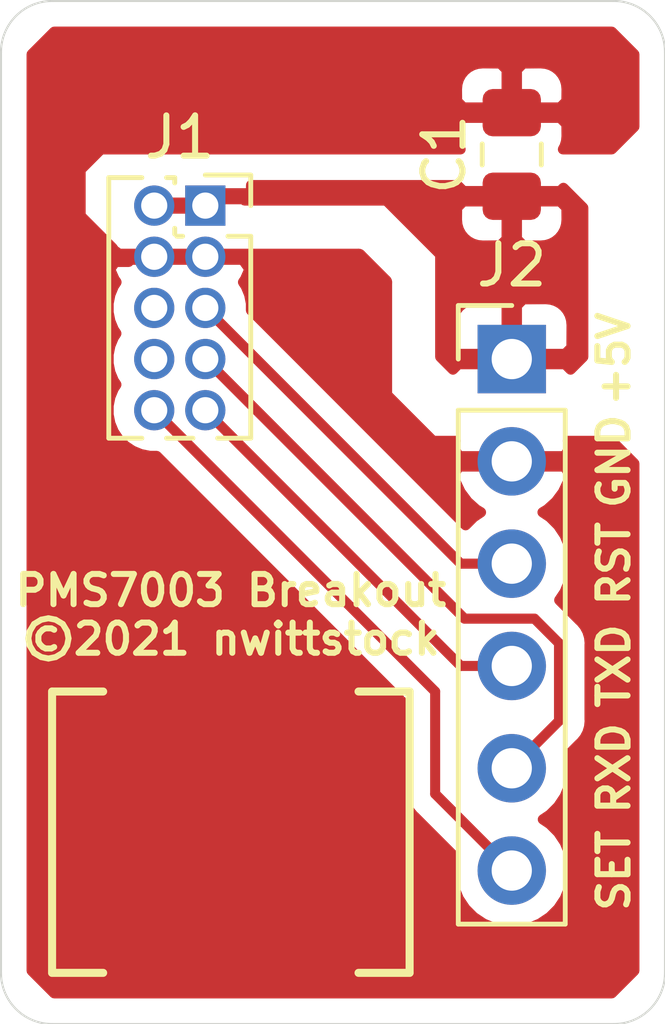
<source format=kicad_pcb>
(kicad_pcb (version 20171130) (host pcbnew "(5.1.10)-1")

  (general
    (thickness 1.6)
    (drawings 21)
    (tracks 27)
    (zones 0)
    (modules 3)
    (nets 9)
  )

  (page A4)
  (layers
    (0 F.Cu signal)
    (31 B.Cu signal)
    (32 B.Adhes user)
    (33 F.Adhes user)
    (34 B.Paste user)
    (35 F.Paste user)
    (36 B.SilkS user)
    (37 F.SilkS user)
    (38 B.Mask user)
    (39 F.Mask user)
    (40 Dwgs.User user)
    (41 Cmts.User user)
    (42 Eco1.User user)
    (43 Eco2.User user)
    (44 Edge.Cuts user)
    (45 Margin user)
    (46 B.CrtYd user)
    (47 F.CrtYd user)
    (48 B.Fab user)
    (49 F.Fab user)
  )

  (setup
    (last_trace_width 0.25)
    (trace_clearance 0.2)
    (zone_clearance 0.508)
    (zone_45_only no)
    (trace_min 0.2)
    (via_size 0.8)
    (via_drill 0.4)
    (via_min_size 0.4)
    (via_min_drill 0.3)
    (uvia_size 0.3)
    (uvia_drill 0.1)
    (uvias_allowed no)
    (uvia_min_size 0.2)
    (uvia_min_drill 0.1)
    (edge_width 0.05)
    (segment_width 0.2)
    (pcb_text_width 0.3)
    (pcb_text_size 1.5 1.5)
    (mod_edge_width 0.12)
    (mod_text_size 1 1)
    (mod_text_width 0.15)
    (pad_size 1.524 1.524)
    (pad_drill 0.762)
    (pad_to_mask_clearance 0)
    (aux_axis_origin 0 0)
    (visible_elements FFFFFF7F)
    (pcbplotparams
      (layerselection 0x010fc_ffffffff)
      (usegerberextensions false)
      (usegerberattributes true)
      (usegerberadvancedattributes true)
      (creategerberjobfile true)
      (excludeedgelayer true)
      (linewidth 0.100000)
      (plotframeref false)
      (viasonmask false)
      (mode 1)
      (useauxorigin false)
      (hpglpennumber 1)
      (hpglpenspeed 20)
      (hpglpendiameter 15.000000)
      (psnegative false)
      (psa4output false)
      (plotreference true)
      (plotvalue true)
      (plotinvisibletext false)
      (padsonsilk false)
      (subtractmaskfromsilk false)
      (outputformat 1)
      (mirror false)
      (drillshape 1)
      (scaleselection 1)
      (outputdirectory ""))
  )

  (net 0 "")
  (net 1 +5V)
  (net 2 GND)
  (net 3 RST)
  (net 4 "Net-(J1-Pad6)")
  (net 5 RXD)
  (net 6 "Net-(J1-Pad8)")
  (net 7 TXD)
  (net 8 SET)

  (net_class Default "This is the default net class."
    (clearance 0.2)
    (trace_width 0.25)
    (via_dia 0.8)
    (via_drill 0.4)
    (uvia_dia 0.3)
    (uvia_drill 0.1)
    (add_net +5V)
    (add_net GND)
    (add_net "Net-(J1-Pad6)")
    (add_net "Net-(J1-Pad8)")
    (add_net RST)
    (add_net RXD)
    (add_net SET)
    (add_net TXD)
  )

  (module Connector_PinHeader_1.27mm:PinHeader_2x05_P1.27mm_Vertical_Mirrored (layer F.Cu) (tedit 612C0C49) (tstamp 612C6EA2)
    (at 133.35 105.41)
    (descr "Through hole straight pin header, 2x05, 1.27mm pitch, double rows")
    (tags "Through hole pin header THT 2x05 1.27mm double row")
    (path /612C6F72)
    (fp_text reference J1 (at 0.635 -1.695) (layer F.SilkS)
      (effects (font (size 1 1) (thickness 0.15)))
    )
    (fp_text value PMS7003 (at 0.635 6.775) (layer F.Fab)
      (effects (font (size 1 1) (thickness 0.15)))
    )
    (fp_line (start 2.85 -1.15) (end -1.6 -1.15) (layer F.CrtYd) (width 0.05))
    (fp_line (start 2.85 6.25) (end 2.85 -1.15) (layer F.CrtYd) (width 0.05))
    (fp_line (start -1.6 6.25) (end 2.85 6.25) (layer F.CrtYd) (width 0.05))
    (fp_line (start -1.6 -1.15) (end -1.6 6.25) (layer F.CrtYd) (width 0.05))
    (fp_line (start 2.4 -0.76) (end 1.27 -0.76) (layer F.SilkS) (width 0.12))
    (fp_line (start 2.4 0) (end 2.4 -0.76) (layer F.SilkS) (width 0.12))
    (fp_line (start -0.30753 -0.695) (end -1.13 -0.695) (layer F.SilkS) (width 0.12))
    (fp_line (start 0.51 -0.695) (end 0.30753 -0.695) (layer F.SilkS) (width 0.12))
    (fp_line (start 0.51 -0.563471) (end 0.51 -0.695) (layer F.SilkS) (width 0.12))
    (fp_line (start 0.51 0.706529) (end 0.51 0.563471) (layer F.SilkS) (width 0.12))
    (fp_line (start 0.706529 0.76) (end 0.563471 0.76) (layer F.SilkS) (width 0.12))
    (fp_line (start 2.4 0.76) (end 1.833471 0.76) (layer F.SilkS) (width 0.12))
    (fp_line (start -1.13 -0.695) (end -1.13 5.775) (layer F.SilkS) (width 0.12))
    (fp_line (start 2.4 0.76) (end 2.4 5.775) (layer F.SilkS) (width 0.12))
    (fp_line (start 0.96247 5.775) (end 0.30753 5.775) (layer F.SilkS) (width 0.12))
    (fp_line (start -0.30753 5.775) (end -1.13 5.775) (layer F.SilkS) (width 0.12))
    (fp_line (start 2.4 5.775) (end 1.57753 5.775) (layer F.SilkS) (width 0.12))
    (fp_line (start 2.34 0.2175) (end 1.4875 -0.635) (layer F.Fab) (width 0.1))
    (fp_line (start 2.34 5.715) (end 2.34 0.2175) (layer F.Fab) (width 0.1))
    (fp_line (start -1.07 5.715) (end 2.34 5.715) (layer F.Fab) (width 0.1))
    (fp_line (start -1.07 -0.635) (end -1.07 5.715) (layer F.Fab) (width 0.1))
    (fp_line (start 1.4875 -0.635) (end -1.07 -0.635) (layer F.Fab) (width 0.1))
    (fp_text user %R (at 0.635 2.54 180) (layer F.Fab)
      (effects (font (size 1 1) (thickness 0.15)))
    )
    (pad 1 thru_hole rect (at 1.27 0) (size 1 1) (drill 0.65) (layers *.Cu *.Mask)
      (net 1 +5V))
    (pad 2 thru_hole oval (at 0 0) (size 1 1) (drill 0.65) (layers *.Cu *.Mask)
      (net 1 +5V))
    (pad 3 thru_hole oval (at 1.27 1.27) (size 1 1) (drill 0.65) (layers *.Cu *.Mask)
      (net 2 GND))
    (pad 4 thru_hole oval (at 0 1.27) (size 1 1) (drill 0.65) (layers *.Cu *.Mask)
      (net 2 GND))
    (pad 5 thru_hole oval (at 1.27 2.54) (size 1 1) (drill 0.65) (layers *.Cu *.Mask)
      (net 3 RST))
    (pad 6 thru_hole oval (at 0 2.54) (size 1 1) (drill 0.65) (layers *.Cu *.Mask)
      (net 4 "Net-(J1-Pad6)"))
    (pad 7 thru_hole oval (at 1.27 3.81) (size 1 1) (drill 0.65) (layers *.Cu *.Mask)
      (net 5 RXD))
    (pad 8 thru_hole oval (at 0 3.81) (size 1 1) (drill 0.65) (layers *.Cu *.Mask)
      (net 6 "Net-(J1-Pad8)"))
    (pad 9 thru_hole oval (at 1.27 5.08) (size 1 1) (drill 0.65) (layers *.Cu *.Mask)
      (net 7 TXD))
    (pad 10 thru_hole oval (at 0 5.08) (size 1 1) (drill 0.65) (layers *.Cu *.Mask)
      (net 8 SET))
    (model ${KISYS3DMOD}/Connector_PinHeader_1.27mm.3dshapes/PinHeader_2x05_P1.27mm_Vertical.wrl
      (at (xyz 0 0 0))
      (scale (xyz 1 1 1))
      (rotate (xyz 0 0 0))
    )
  )

  (module Capacitor_SMD:C_0805_2012Metric_Pad1.18x1.45mm_HandSolder (layer F.Cu) (tedit 5F68FEEF) (tstamp 612C0E3C)
    (at 142.24 104.14 90)
    (descr "Capacitor SMD 0805 (2012 Metric), square (rectangular) end terminal, IPC_7351 nominal with elongated pad for handsoldering. (Body size source: IPC-SM-782 page 76, https://www.pcb-3d.com/wordpress/wp-content/uploads/ipc-sm-782a_amendment_1_and_2.pdf, https://docs.google.com/spreadsheets/d/1BsfQQcO9C6DZCsRaXUlFlo91Tg2WpOkGARC1WS5S8t0/edit?usp=sharing), generated with kicad-footprint-generator")
    (tags "capacitor handsolder")
    (path /612D311B)
    (attr smd)
    (fp_text reference C1 (at 0 -1.68 90) (layer F.SilkS)
      (effects (font (size 1 1) (thickness 0.15)))
    )
    (fp_text value 10uF (at 0 1.68 90) (layer F.Fab)
      (effects (font (size 1 1) (thickness 0.15)))
    )
    (fp_text user %R (at 0 0 90) (layer F.Fab)
      (effects (font (size 0.5 0.5) (thickness 0.08)))
    )
    (fp_line (start -1 0.625) (end -1 -0.625) (layer F.Fab) (width 0.1))
    (fp_line (start -1 -0.625) (end 1 -0.625) (layer F.Fab) (width 0.1))
    (fp_line (start 1 -0.625) (end 1 0.625) (layer F.Fab) (width 0.1))
    (fp_line (start 1 0.625) (end -1 0.625) (layer F.Fab) (width 0.1))
    (fp_line (start -0.261252 -0.735) (end 0.261252 -0.735) (layer F.SilkS) (width 0.12))
    (fp_line (start -0.261252 0.735) (end 0.261252 0.735) (layer F.SilkS) (width 0.12))
    (fp_line (start -1.88 0.98) (end -1.88 -0.98) (layer F.CrtYd) (width 0.05))
    (fp_line (start -1.88 -0.98) (end 1.88 -0.98) (layer F.CrtYd) (width 0.05))
    (fp_line (start 1.88 -0.98) (end 1.88 0.98) (layer F.CrtYd) (width 0.05))
    (fp_line (start 1.88 0.98) (end -1.88 0.98) (layer F.CrtYd) (width 0.05))
    (pad 2 smd roundrect (at 1.0375 0 90) (size 1.175 1.45) (layers F.Cu F.Paste F.Mask) (roundrect_rratio 0.212766)
      (net 2 GND))
    (pad 1 smd roundrect (at -1.0375 0 90) (size 1.175 1.45) (layers F.Cu F.Paste F.Mask) (roundrect_rratio 0.212766)
      (net 1 +5V))
    (model ${KISYS3DMOD}/Capacitor_SMD.3dshapes/C_0805_2012Metric.wrl
      (at (xyz 0 0 0))
      (scale (xyz 1 1 1))
      (rotate (xyz 0 0 0))
    )
  )

  (module Connector_PinHeader_2.54mm:PinHeader_1x06_P2.54mm_Vertical (layer F.Cu) (tedit 59FED5CC) (tstamp 612C0E7B)
    (at 142.24 109.22)
    (descr "Through hole straight pin header, 1x06, 2.54mm pitch, single row")
    (tags "Through hole pin header THT 1x06 2.54mm single row")
    (path /612CDAA5)
    (fp_text reference J2 (at 0 -2.33) (layer F.SilkS)
      (effects (font (size 1 1) (thickness 0.15)))
    )
    (fp_text value Header (at 0 15.03) (layer F.Fab)
      (effects (font (size 1 1) (thickness 0.15)))
    )
    (fp_line (start 1.8 -1.8) (end -1.8 -1.8) (layer F.CrtYd) (width 0.05))
    (fp_line (start 1.8 14.5) (end 1.8 -1.8) (layer F.CrtYd) (width 0.05))
    (fp_line (start -1.8 14.5) (end 1.8 14.5) (layer F.CrtYd) (width 0.05))
    (fp_line (start -1.8 -1.8) (end -1.8 14.5) (layer F.CrtYd) (width 0.05))
    (fp_line (start -1.33 -1.33) (end 0 -1.33) (layer F.SilkS) (width 0.12))
    (fp_line (start -1.33 0) (end -1.33 -1.33) (layer F.SilkS) (width 0.12))
    (fp_line (start -1.33 1.27) (end 1.33 1.27) (layer F.SilkS) (width 0.12))
    (fp_line (start 1.33 1.27) (end 1.33 14.03) (layer F.SilkS) (width 0.12))
    (fp_line (start -1.33 1.27) (end -1.33 14.03) (layer F.SilkS) (width 0.12))
    (fp_line (start -1.33 14.03) (end 1.33 14.03) (layer F.SilkS) (width 0.12))
    (fp_line (start -1.27 -0.635) (end -0.635 -1.27) (layer F.Fab) (width 0.1))
    (fp_line (start -1.27 13.97) (end -1.27 -0.635) (layer F.Fab) (width 0.1))
    (fp_line (start 1.27 13.97) (end -1.27 13.97) (layer F.Fab) (width 0.1))
    (fp_line (start 1.27 -1.27) (end 1.27 13.97) (layer F.Fab) (width 0.1))
    (fp_line (start -0.635 -1.27) (end 1.27 -1.27) (layer F.Fab) (width 0.1))
    (fp_text user %R (at 0 6.35 90) (layer F.Fab)
      (effects (font (size 1 1) (thickness 0.15)))
    )
    (pad 1 thru_hole rect (at 0 0) (size 1.7 1.7) (drill 1) (layers *.Cu *.Mask)
      (net 1 +5V))
    (pad 2 thru_hole oval (at 0 2.54) (size 1.7 1.7) (drill 1) (layers *.Cu *.Mask)
      (net 2 GND))
    (pad 3 thru_hole oval (at 0 5.08) (size 1.7 1.7) (drill 1) (layers *.Cu *.Mask)
      (net 3 RST))
    (pad 4 thru_hole oval (at 0 7.62) (size 1.7 1.7) (drill 1) (layers *.Cu *.Mask)
      (net 7 TXD))
    (pad 5 thru_hole oval (at 0 10.16) (size 1.7 1.7) (drill 1) (layers *.Cu *.Mask)
      (net 5 RXD))
    (pad 6 thru_hole oval (at 0 12.7) (size 1.7 1.7) (drill 1) (layers *.Cu *.Mask)
      (net 8 SET))
    (model ${KISYS3DMOD}/Connector_PinHeader_2.54mm.3dshapes/PinHeader_1x06_P2.54mm_Vertical.wrl
      (at (xyz 0 0 0))
      (scale (xyz 1 1 1))
      (rotate (xyz 0 0 0))
    )
  )

  (gr_text "PMS7003 Breakout\n©2021 nwittstock\n" (at 135.255 115.57) (layer F.SilkS) (tstamp 612C72A6)
    (effects (font (size 0.75 0.75) (thickness 0.15)))
  )
  (gr_line (start 130.81 124.46) (end 132.08 124.46) (layer F.SilkS) (width 0.2))
  (gr_line (start 130.81 117.475) (end 130.81 124.46) (layer F.SilkS) (width 0.2))
  (gr_line (start 132.08 117.475) (end 130.81 117.475) (layer F.SilkS) (width 0.2))
  (gr_line (start 139.7 124.46) (end 138.43 124.46) (layer F.SilkS) (width 0.2))
  (gr_line (start 139.7 117.475) (end 139.7 124.46) (layer F.SilkS) (width 0.2))
  (gr_line (start 138.43 117.475) (end 139.7 117.475) (layer F.SilkS) (width 0.2))
  (gr_text +5V (at 144.78 109.22 90) (layer F.SilkS)
    (effects (font (size 0.75 0.75) (thickness 0.15)))
  )
  (gr_text GND (at 144.78 111.76 90) (layer F.SilkS)
    (effects (font (size 0.75 0.75) (thickness 0.15)))
  )
  (gr_text RST (at 144.78 114.3 90) (layer F.SilkS)
    (effects (font (size 0.75 0.75) (thickness 0.15)))
  )
  (gr_text TXD (at 144.78 116.84 90) (layer F.SilkS)
    (effects (font (size 0.75 0.75) (thickness 0.15)))
  )
  (gr_text RXD (at 144.78 119.38 90) (layer F.SilkS)
    (effects (font (size 0.75 0.75) (thickness 0.15)))
  )
  (gr_text SET (at 144.78 121.92 90) (layer F.SilkS)
    (effects (font (size 0.75 0.75) (thickness 0.15)))
  )
  (gr_arc (start 130.81 124.46) (end 129.54 124.46) (angle -90) (layer Edge.Cuts) (width 0.05))
  (gr_arc (start 144.78 124.46) (end 144.78 125.73) (angle -90) (layer Edge.Cuts) (width 0.05))
  (gr_arc (start 130.81 101.6) (end 130.81 100.33) (angle -90) (layer Edge.Cuts) (width 0.05))
  (gr_arc (start 144.78 101.6) (end 146.05 101.6) (angle -90) (layer Edge.Cuts) (width 0.05))
  (gr_line (start 130.81 100.33) (end 144.78 100.33) (layer Edge.Cuts) (width 0.05))
  (gr_line (start 129.54 124.46) (end 129.54 101.6) (layer Edge.Cuts) (width 0.05))
  (gr_line (start 144.78 125.73) (end 130.81 125.73) (layer Edge.Cuts) (width 0.05))
  (gr_line (start 146.05 101.6) (end 146.05 124.46) (layer Edge.Cuts) (width 0.05) (tstamp 612C6F58))

  (segment (start 134.8525 105.1775) (end 134.62 105.41) (width 0.4) (layer F.Cu) (net 1))
  (segment (start 142.24 105.1775) (end 134.8525 105.1775) (width 0.4) (layer F.Cu) (net 1))
  (segment (start 134.62 105.41) (end 133.35 105.41) (width 0.4) (layer F.Cu) (net 1))
  (segment (start 142.24 105.1775) (end 142.24 109.22) (width 0.4) (layer F.Cu) (net 1))
  (segment (start 142.24 103.1025) (end 131.8475 103.1025) (width 0.4) (layer F.Cu) (net 2))
  (segment (start 131.8475 103.1025) (end 131.445 103.505) (width 0.4) (layer F.Cu) (net 2))
  (segment (start 131.445 103.505) (end 131.445 106.045) (width 0.4) (layer F.Cu) (net 2))
  (segment (start 132.08 106.68) (end 133.35 106.68) (width 0.4) (layer F.Cu) (net 2))
  (segment (start 131.445 106.045) (end 132.08 106.68) (width 0.4) (layer F.Cu) (net 2))
  (segment (start 133.35 106.68) (end 134.62 106.68) (width 0.4) (layer F.Cu) (net 2))
  (segment (start 134.62 106.68) (end 138.43 106.68) (width 0.4) (layer F.Cu) (net 2))
  (segment (start 138.43 106.68) (end 139.065 107.315) (width 0.4) (layer F.Cu) (net 2))
  (segment (start 139.065 107.315) (end 139.065 111.125) (width 0.4) (layer F.Cu) (net 2))
  (segment (start 139.065 111.125) (end 139.7 111.76) (width 0.4) (layer F.Cu) (net 2))
  (segment (start 139.7 111.76) (end 142.24 111.76) (width 0.4) (layer F.Cu) (net 2))
  (segment (start 140.97 114.3) (end 142.24 114.3) (width 0.25) (layer F.Cu) (net 3))
  (segment (start 134.62 107.95) (end 140.97 114.3) (width 0.25) (layer F.Cu) (net 3))
  (segment (start 143.415001 118.204999) (end 142.24 119.38) (width 0.25) (layer F.Cu) (net 5))
  (segment (start 143.415001 116.275999) (end 143.415001 118.204999) (width 0.25) (layer F.Cu) (net 5))
  (segment (start 142.804001 115.664999) (end 143.415001 116.275999) (width 0.25) (layer F.Cu) (net 5))
  (segment (start 141.064999 115.664999) (end 142.804001 115.664999) (width 0.25) (layer F.Cu) (net 5))
  (segment (start 134.62 109.22) (end 141.064999 115.664999) (width 0.25) (layer F.Cu) (net 5))
  (segment (start 140.97 116.84) (end 142.24 116.84) (width 0.25) (layer F.Cu) (net 7))
  (segment (start 134.62 110.49) (end 140.97 116.84) (width 0.25) (layer F.Cu) (net 7))
  (segment (start 140.335 120.015) (end 142.24 121.92) (width 0.25) (layer F.Cu) (net 8))
  (segment (start 140.335 117.475) (end 140.335 120.015) (width 0.25) (layer F.Cu) (net 8))
  (segment (start 133.35 110.49) (end 140.335 117.475) (width 0.25) (layer F.Cu) (net 8))

  (zone (net 1) (net_name +5V) (layer F.Cu) (tstamp 612C7296) (hatch edge 0.508)
    (connect_pads (clearance 0.508))
    (min_thickness 0.254)
    (fill yes (arc_segments 32) (thermal_gap 0.508) (thermal_bridge_width 0.508))
    (polygon
      (pts
        (xy 144.145 105.41) (xy 144.145 109.22) (xy 143.51 109.855) (xy 140.97 109.855) (xy 140.335 109.22)
        (xy 140.335 106.68) (xy 139.065 105.41) (xy 132.715 105.41) (xy 132.715 104.775) (xy 143.51 104.775)
      )
    )
    (filled_polygon
      (pts
        (xy 141.03875 105.0505) (xy 142.113 105.0505) (xy 142.113 105.0305) (xy 142.367 105.0305) (xy 142.367 105.0505)
        (xy 143.44125 105.0505) (xy 143.523572 104.968178) (xy 144.018 105.462606) (xy 144.018 109.167394) (xy 143.702322 109.483072)
        (xy 143.56625 109.347) (xy 142.367 109.347) (xy 142.367 109.367) (xy 142.113 109.367) (xy 142.113 109.347)
        (xy 140.91375 109.347) (xy 140.777678 109.483072) (xy 140.462 109.167394) (xy 140.462 108.37) (xy 140.751928 108.37)
        (xy 140.755 108.93425) (xy 140.91375 109.093) (xy 142.113 109.093) (xy 142.113 107.89375) (xy 142.367 107.89375)
        (xy 142.367 109.093) (xy 143.56625 109.093) (xy 143.725 108.93425) (xy 143.728072 108.37) (xy 143.715812 108.245518)
        (xy 143.679502 108.12582) (xy 143.620537 108.015506) (xy 143.541185 107.918815) (xy 143.444494 107.839463) (xy 143.33418 107.780498)
        (xy 143.214482 107.744188) (xy 143.09 107.731928) (xy 142.52575 107.735) (xy 142.367 107.89375) (xy 142.113 107.89375)
        (xy 141.95425 107.735) (xy 141.39 107.731928) (xy 141.265518 107.744188) (xy 141.14582 107.780498) (xy 141.035506 107.839463)
        (xy 140.938815 107.918815) (xy 140.859463 108.015506) (xy 140.800498 108.12582) (xy 140.764188 108.245518) (xy 140.751928 108.37)
        (xy 140.462 108.37) (xy 140.462 106.68) (xy 140.45956 106.655224) (xy 140.452333 106.631399) (xy 140.440597 106.609443)
        (xy 140.424803 106.590197) (xy 139.599606 105.765) (xy 140.876928 105.765) (xy 140.889188 105.889482) (xy 140.925498 106.00918)
        (xy 140.984463 106.119494) (xy 141.063815 106.216185) (xy 141.160506 106.295537) (xy 141.27082 106.354502) (xy 141.390518 106.390812)
        (xy 141.515 106.403072) (xy 141.95425 106.4) (xy 142.113 106.24125) (xy 142.113 105.3045) (xy 142.367 105.3045)
        (xy 142.367 106.24125) (xy 142.52575 106.4) (xy 142.965 106.403072) (xy 143.089482 106.390812) (xy 143.20918 106.354502)
        (xy 143.319494 106.295537) (xy 143.416185 106.216185) (xy 143.495537 106.119494) (xy 143.554502 106.00918) (xy 143.590812 105.889482)
        (xy 143.603072 105.765) (xy 143.6 105.46325) (xy 143.44125 105.3045) (xy 142.367 105.3045) (xy 142.113 105.3045)
        (xy 141.03875 105.3045) (xy 140.88 105.46325) (xy 140.876928 105.765) (xy 139.599606 105.765) (xy 139.154803 105.320197)
        (xy 139.135557 105.304403) (xy 139.113601 105.292667) (xy 139.089776 105.28544) (xy 139.065 105.283) (xy 135.755 105.283)
        (xy 135.755 105.282998) (xy 135.596252 105.282998) (xy 135.755 105.12425) (xy 135.758072 104.91) (xy 135.757284 104.902)
        (xy 140.89025 104.902)
      )
    )
  )
  (zone (net 2) (net_name GND) (layer F.Cu) (tstamp 612C7293) (hatch edge 0.508)
    (connect_pads (clearance 0.508))
    (min_thickness 0.254)
    (fill yes (arc_segments 32) (thermal_gap 0.508) (thermal_bridge_width 0.508))
    (polygon
      (pts
        (xy 145.415 101.6) (xy 145.415 103.505) (xy 144.78 104.14) (xy 132.08 104.14) (xy 131.445 104.775)
        (xy 131.445 105.41) (xy 132.715 106.68) (xy 138.43 106.68) (xy 139.065 107.315) (xy 139.065 109.855)
        (xy 140.335 111.125) (xy 144.78 111.125) (xy 145.415 111.76) (xy 145.415 124.46) (xy 144.78 125.095)
        (xy 130.81 125.095) (xy 130.175 124.46) (xy 130.175 101.6) (xy 130.81 100.965) (xy 144.78 100.965)
      )
    )
    (filled_polygon
      (pts
        (xy 145.288 101.652606) (xy 145.288 103.452394) (xy 144.727394 104.013) (xy 143.512371 104.013) (xy 143.554502 103.93418)
        (xy 143.590812 103.814482) (xy 143.603072 103.69) (xy 143.6 103.38825) (xy 143.44125 103.2295) (xy 142.367 103.2295)
        (xy 142.367 103.2495) (xy 142.113 103.2495) (xy 142.113 103.2295) (xy 141.03875 103.2295) (xy 140.88 103.38825)
        (xy 140.876928 103.69) (xy 140.889188 103.814482) (xy 140.925498 103.93418) (xy 140.967629 104.013) (xy 132.08 104.013)
        (xy 132.055224 104.01544) (xy 132.031399 104.022667) (xy 132.009443 104.034403) (xy 131.990197 104.050197) (xy 131.355197 104.685197)
        (xy 131.339403 104.704443) (xy 131.327667 104.726399) (xy 131.32044 104.750224) (xy 131.318 104.775) (xy 131.318 105.41)
        (xy 131.32044 105.434776) (xy 131.327667 105.458601) (xy 131.339403 105.480557) (xy 131.355197 105.499803) (xy 132.3138 106.458406)
        (xy 132.382046 106.553) (xy 132.408394 106.553) (xy 132.625197 106.769803) (xy 132.644443 106.785597) (xy 132.666399 106.797333)
        (xy 132.690224 106.80456) (xy 132.715 106.807) (xy 132.382046 106.807) (xy 132.255881 106.981874) (xy 132.272554 107.036864)
        (xy 132.362877 107.240206) (xy 132.412353 107.310342) (xy 132.344176 107.412376) (xy 132.258617 107.618933) (xy 132.215 107.838212)
        (xy 132.215 108.061788) (xy 132.258617 108.281067) (xy 132.344176 108.487624) (xy 132.409241 108.585) (xy 132.344176 108.682376)
        (xy 132.258617 108.888933) (xy 132.215 109.108212) (xy 132.215 109.331788) (xy 132.258617 109.551067) (xy 132.344176 109.757624)
        (xy 132.409241 109.855) (xy 132.344176 109.952376) (xy 132.258617 110.158933) (xy 132.215 110.378212) (xy 132.215 110.601788)
        (xy 132.258617 110.821067) (xy 132.344176 111.027624) (xy 132.468388 111.21352) (xy 132.62648 111.371612) (xy 132.812376 111.495824)
        (xy 133.018933 111.581383) (xy 133.238212 111.625) (xy 133.410199 111.625) (xy 139.575 117.789802) (xy 139.575001 119.977668)
        (xy 139.571324 120.015) (xy 139.585998 120.163985) (xy 139.629454 120.307246) (xy 139.700026 120.439276) (xy 139.743352 120.492068)
        (xy 139.795 120.555001) (xy 139.823998 120.578799) (xy 140.79879 121.553592) (xy 140.755 121.77374) (xy 140.755 122.06626)
        (xy 140.812068 122.353158) (xy 140.92401 122.623411) (xy 141.086525 122.866632) (xy 141.293368 123.073475) (xy 141.536589 123.23599)
        (xy 141.806842 123.347932) (xy 142.09374 123.405) (xy 142.38626 123.405) (xy 142.673158 123.347932) (xy 142.943411 123.23599)
        (xy 143.186632 123.073475) (xy 143.393475 122.866632) (xy 143.55599 122.623411) (xy 143.667932 122.353158) (xy 143.725 122.06626)
        (xy 143.725 121.77374) (xy 143.667932 121.486842) (xy 143.55599 121.216589) (xy 143.393475 120.973368) (xy 143.186632 120.766525)
        (xy 143.01224 120.65) (xy 143.186632 120.533475) (xy 143.393475 120.326632) (xy 143.55599 120.083411) (xy 143.667932 119.813158)
        (xy 143.725 119.52626) (xy 143.725 119.23374) (xy 143.68121 119.013592) (xy 143.926004 118.768798) (xy 143.955002 118.745)
        (xy 144.049975 118.629275) (xy 144.120547 118.497246) (xy 144.164004 118.353985) (xy 144.175001 118.242332) (xy 144.175001 118.242323)
        (xy 144.178677 118.205) (xy 144.175001 118.167677) (xy 144.175001 116.313321) (xy 144.178677 116.275998) (xy 144.175001 116.238675)
        (xy 144.175001 116.238666) (xy 144.164004 116.127013) (xy 144.120547 115.983752) (xy 144.049975 115.851723) (xy 144.019004 115.813985)
        (xy 143.9788 115.764995) (xy 143.978796 115.764991) (xy 143.955002 115.735998) (xy 143.92601 115.712205) (xy 143.420296 115.206492)
        (xy 143.55599 115.003411) (xy 143.667932 114.733158) (xy 143.725 114.44626) (xy 143.725 114.15374) (xy 143.667932 113.866842)
        (xy 143.55599 113.596589) (xy 143.393475 113.353368) (xy 143.186632 113.146525) (xy 143.004466 113.024805) (xy 143.121355 112.955178)
        (xy 143.337588 112.760269) (xy 143.511641 112.52692) (xy 143.636825 112.264099) (xy 143.681476 112.11689) (xy 143.560155 111.887)
        (xy 142.367 111.887) (xy 142.367 111.907) (xy 142.113 111.907) (xy 142.113 111.887) (xy 140.919845 111.887)
        (xy 140.798524 112.11689) (xy 140.843175 112.264099) (xy 140.968359 112.52692) (xy 141.142412 112.760269) (xy 141.358645 112.955178)
        (xy 141.475534 113.024805) (xy 141.293368 113.146525) (xy 141.092347 113.347546) (xy 135.755 108.010199) (xy 135.755 107.838212)
        (xy 135.711383 107.618933) (xy 135.625824 107.412376) (xy 135.557647 107.310342) (xy 135.607123 107.240206) (xy 135.697446 107.036864)
        (xy 135.714119 106.981874) (xy 135.587955 106.807002) (xy 135.755 106.807002) (xy 135.755 106.807) (xy 138.377394 106.807)
        (xy 138.938 107.367606) (xy 138.938 109.855) (xy 138.94044 109.879776) (xy 138.947667 109.903601) (xy 138.959403 109.925557)
        (xy 138.975197 109.944803) (xy 140.245197 111.214803) (xy 140.264443 111.230597) (xy 140.286399 111.242333) (xy 140.310224 111.24956)
        (xy 140.335 111.252) (xy 140.845033 111.252) (xy 140.843175 111.255901) (xy 140.798524 111.40311) (xy 140.919845 111.633)
        (xy 142.113 111.633) (xy 142.113 111.613) (xy 142.367 111.613) (xy 142.367 111.633) (xy 143.560155 111.633)
        (xy 143.681476 111.40311) (xy 143.636825 111.255901) (xy 143.634967 111.252) (xy 144.727394 111.252) (xy 145.288 111.812606)
        (xy 145.288 124.407394) (xy 144.727394 124.968) (xy 130.862606 124.968) (xy 130.302 124.407394) (xy 130.302 102.515)
        (xy 140.876928 102.515) (xy 140.88 102.81675) (xy 141.03875 102.9755) (xy 142.113 102.9755) (xy 142.113 102.03875)
        (xy 142.367 102.03875) (xy 142.367 102.9755) (xy 143.44125 102.9755) (xy 143.6 102.81675) (xy 143.603072 102.515)
        (xy 143.590812 102.390518) (xy 143.554502 102.27082) (xy 143.495537 102.160506) (xy 143.416185 102.063815) (xy 143.319494 101.984463)
        (xy 143.20918 101.925498) (xy 143.089482 101.889188) (xy 142.965 101.876928) (xy 142.52575 101.88) (xy 142.367 102.03875)
        (xy 142.113 102.03875) (xy 141.95425 101.88) (xy 141.515 101.876928) (xy 141.390518 101.889188) (xy 141.27082 101.925498)
        (xy 141.160506 101.984463) (xy 141.063815 102.063815) (xy 140.984463 102.160506) (xy 140.925498 102.27082) (xy 140.889188 102.390518)
        (xy 140.876928 102.515) (xy 130.302 102.515) (xy 130.302 101.652606) (xy 130.862606 101.092) (xy 144.727394 101.092)
      )
    )
  )
)

</source>
